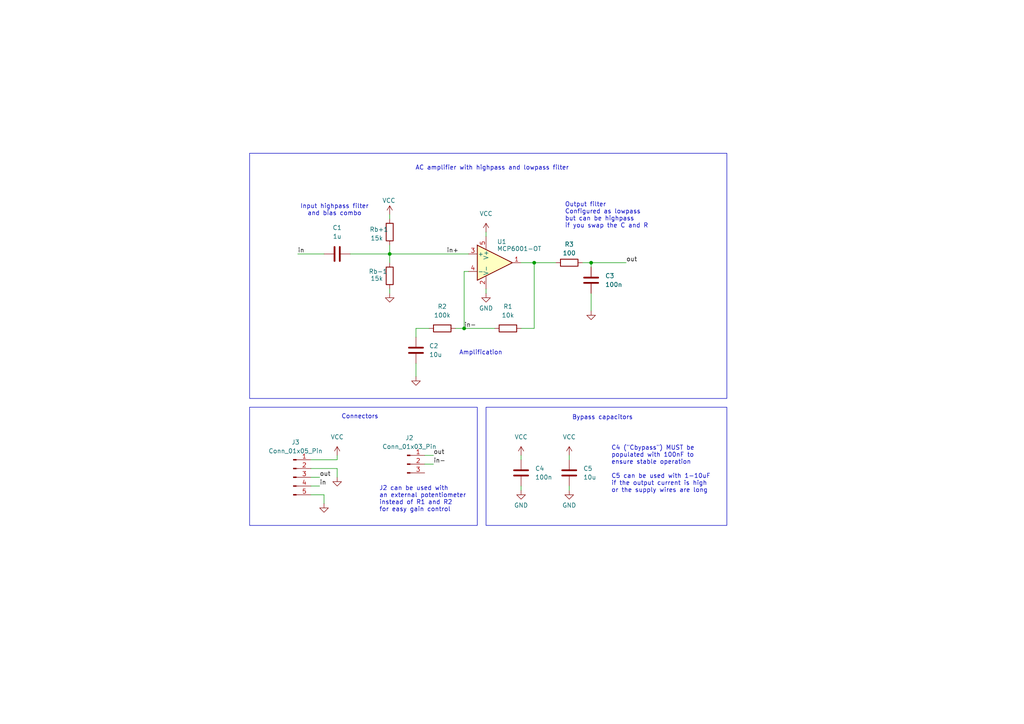
<source format=kicad_sch>
(kicad_sch (version 20250114) (generator "eeschema") (generator_version "9.0")
  (paper "A4")
  (title_block (title "AC amplifier with lowpass and highpass filter") (date "2026-02-05") (rev "1.1") (company "For ELAB by Marek Baczynski"))
  (lib_symbols
    (symbol "Amplifier_Operational:MCP6001-OT" (pin_names (offset 0.127))
      (property "Reference" "U" (at -1.27 6.35 0))
      (property "Value" "MCP6001-OT" (at -1.27 3.81 0))
      (symbol "MCP6001-OT_0_1"
        (polyline (pts (xy -5.08 5.08) (xy 5.08 0) (xy -5.08 -5.08) (xy -5.08 5.08)) (stroke (width 0.254)) (fill (type background)))
        (pin power_in line (at -2.54 7.62 270) (length 3.81) (name "V+") (number "5"))
        (pin power_in line (at -2.54 -7.62 90) (length 3.81) (name "V-") (number "2"))
      )
      (symbol "MCP6001-OT_1_1"
        (pin input line (at -7.62 2.54 0) (length 2.54) (name "+") (number "3"))
        (pin input line (at -7.62 -2.54 0) (length 2.54) (name "-") (number "4"))
        (pin output line (at 7.62 0 180) (length 2.54) (name "~") (number "1"))
      )
    )
    (symbol "Connector:Conn_01x03_Pin" (pin_names (offset 1.016) (hide yes))
      (property "Reference" "J" (at 0 5.08 0))
      (property "Value" "Conn_01x03_Pin" (at 0 -5.08 0))
      (symbol "Conn_01x03_Pin_1_1"
        (rectangle (start 0.8636 2.667) (end 0 2.413) (stroke (width 0.1524)) (fill (type outline)))
        (rectangle (start 0.8636 0.127) (end 0 -0.127) (stroke (width 0.1524)) (fill (type outline)))
        (rectangle (start 0.8636 -2.413) (end 0 -2.667) (stroke (width 0.1524)) (fill (type outline)))
        (polyline (pts (xy 1.27 2.54) (xy 0.8636 2.54)) (stroke (width 0.1524)))
        (polyline (pts (xy 1.27 0) (xy 0.8636 0)) (stroke (width 0.1524)))
        (polyline (pts (xy 1.27 -2.54) (xy 0.8636 -2.54)) (stroke (width 0.1524)))
        (pin passive line (at 5.08 2.54 180) (length 3.81) (name "Pin_1") (number "1"))
        (pin passive line (at 5.08 0 180) (length 3.81) (name "Pin_2") (number "2"))
        (pin passive line (at 5.08 -2.54 180) (length 3.81) (name "Pin_3") (number "3"))
      )
    )
    (symbol "Connector:Conn_01x05_Pin" (pin_names (offset 1.016) (hide yes))
      (property "Reference" "J" (at 0 7.62 0))
      (property "Value" "Conn_01x05_Pin" (at 0 -7.62 0))
      (symbol "Conn_01x05_Pin_1_1"
        (rectangle (start 0.8636 5.207) (end 0 4.953) (stroke (width 0.1524)) (fill (type outline)))
        (rectangle (start 0.8636 2.667) (end 0 2.413) (stroke (width 0.1524)) (fill (type outline)))
        (rectangle (start 0.8636 0.127) (end 0 -0.127) (stroke (width 0.1524)) (fill (type outline)))
        (rectangle (start 0.8636 -2.413) (end 0 -2.667) (stroke (width 0.1524)) (fill (type outline)))
        (rectangle (start 0.8636 -4.953) (end 0 -5.207) (stroke (width 0.1524)) (fill (type outline)))
        (polyline (pts (xy 1.27 5.08) (xy 0.8636 5.08)) (stroke (width 0.1524)))
        (polyline (pts (xy 1.27 2.54) (xy 0.8636 2.54)) (stroke (width 0.1524)))
        (polyline (pts (xy 1.27 0) (xy 0.8636 0)) (stroke (width 0.1524)))
        (polyline (pts (xy 1.27 -2.54) (xy 0.8636 -2.54)) (stroke (width 0.1524)))
        (polyline (pts (xy 1.27 -5.08) (xy 0.8636 -5.08)) (stroke (width 0.1524)))
        (pin passive line (at 5.08 5.08 180) (length 3.81) (name "Pin_1") (number "1"))
        (pin passive line (at 5.08 2.54 180) (length 3.81) (name "Pin_2") (number "2"))
        (pin passive line (at 5.08 0 180) (length 3.81) (name "Pin_3") (number "3"))
        (pin passive line (at 5.08 -2.54 180) (length 3.81) (name "Pin_4") (number "4"))
        (pin passive line (at 5.08 -5.08 180) (length 3.81) (name "Pin_5") (number "5"))
      )
    )
    (symbol "Device:C" (pin_numbers (hide yes)) (pin_names (offset 0.254))
      (property "Reference" "C" (at 0.635 2.54 0))
      (property "Value" "C" (at 0.635 -2.54 0))
      (symbol "C_0_1"
        (polyline (pts (xy -2.032 0.762) (xy 2.032 0.762)) (stroke (width 0.508)))
        (polyline (pts (xy -2.032 -0.762) (xy 2.032 -0.762)) (stroke (width 0.508)))
      )
      (symbol "C_1_1"
        (pin passive line (at 0 3.81 270) (length 2.794) (name "~") (number "1"))
        (pin passive line (at 0 -3.81 90) (length 2.794) (name "~") (number "2"))
      )
    )
    (symbol "Device:R" (pin_numbers (hide yes)) (pin_names (offset 0))
      (property "Reference" "R" (at 2.032 0 90))
      (property "Value" "R" (at 0 0 90))
      (symbol "R_0_1"
        (rectangle (start -1.016 -2.54) (end 1.016 2.54) (stroke (width 0.254)))
      )
      (symbol "R_1_1"
        (pin passive line (at 0 3.81 270) (length 1.27) (name "~") (number "1"))
        (pin passive line (at 0 -3.81 90) (length 1.27) (name "~") (number "2"))
      )
    )
    (symbol "power:GND" (power) (pin_names (offset 0))
      (property "Value" "GND" (at 0 -3.81 0))
      (symbol "GND_0_1"
        (polyline (pts (xy 0 0) (xy 0 -1.27) (xy 1.27 -1.27) (xy 0 -2.54) (xy -1.27 -1.27) (xy 0 -1.27)))
      )
      (symbol "GND_1_1"
        (pin power_in line (at 0 0 270) (length 0) (hide yes) (name "GND") (number "1"))
      )
    )
    (symbol "power:VCC" (power) (pin_names (offset 0))
      (property "Value" "VCC" (at 0 3.81 0))
      (symbol "VCC_0_1"
        (polyline (pts (xy -0.762 1.27) (xy 0 2.54)))
        (polyline (pts (xy 0 2.54) (xy 0.762 1.27)))
        (polyline (pts (xy 0 0) (xy 0 2.54)))
      )
      (symbol "VCC_1_1"
        (pin power_in line (at 0 0 90) (length 0) (hide yes) (name "VCC") (number "1"))
      )
    )
  )
  (rectangle (start 140.97 118.11) (end 210.82 152.4))
  (rectangle (start 72.39 118.11) (end 138.43 152.4))
  (rectangle (start 72.39 44.45) (end 210.82 115.57))
  (text "J2 can be used with\nan external potentiometer\ninstead of R1 and R2\nfor easy gain control" (at 109.982 144.78 0) (effects (font (size 1.27 1.27)) (justify left)))
  (text "Bypass capacitors" (at 174.752 121.158 0) (effects (font (size 1.27 1.27))))
  (text "AC amplifier with highpass and lowpass filter" (at 142.748 48.768 0) (effects (font (size 1.27 1.27))))
  (text "Amplification" (at 139.446 102.362 0) (effects (font (size 1.27 1.27))))
  (text "Input highpass filter\nand bias combo" (at 97.028 60.96 0) (effects (font (size 1.27 1.27))))
  (text "Output filter\nConfigured as lowpass\nbut can be highpass\nif you swap the C and R" (at 163.83 62.484 0) (effects (font (size 1.27 1.27)) (justify left)))
  (text "Connectors" (at 104.394 120.904 0) (effects (font (size 1.27 1.27))))
  (text "C4 (\"Cbypass\") MUST be \npopulated with 100nF to\nensure stable operation\n\nC5 can be used with 1-10uF\nif the output current is high\nor the supply wires are long" (at 177.292 136.144 0) (effects (font (size 1.27 1.27)) (justify left)))
  (junction (at 154.94 76.2))
  (junction (at 134.62 95.25))
  (junction (at 171.45 76.2))
  (junction (at 113.03 73.66))
  (wire (pts (xy 123.19 132.08) (xy 125.73 132.08)))
  (wire (pts (xy 154.94 76.2) (xy 161.29 76.2)))
  (wire (pts (xy 134.62 78.74) (xy 135.89 78.74)))
  (wire (pts (xy 171.45 76.2) (xy 171.45 77.47)))
  (wire (pts (xy 151.13 95.25) (xy 154.94 95.25)))
  (wire (pts (xy 113.03 62.23) (xy 113.03 63.5)))
  (wire (pts (xy 165.1 140.97) (xy 165.1 142.24)))
  (wire (pts (xy 168.91 76.2) (xy 171.45 76.2)))
  (wire (pts (xy 171.45 76.2) (xy 181.61 76.2)))
  (wire (pts (xy 151.13 140.97) (xy 151.13 142.24)))
  (wire (pts (xy 113.03 73.66) (xy 113.03 76.2)))
  (wire (pts (xy 123.19 134.62) (xy 125.73 134.62)))
  (wire (pts (xy 97.79 135.89) (xy 97.79 138.43)))
  (wire (pts (xy 90.17 138.43) (xy 92.71 138.43)))
  (wire (pts (xy 165.1 132.08) (xy 165.1 133.35)))
  (wire (pts (xy 90.17 143.51) (xy 93.98 143.51)))
  (wire (pts (xy 154.94 76.2) (xy 151.13 76.2)))
  (wire (pts (xy 113.03 83.82) (xy 113.03 85.09)))
  (wire (pts (xy 140.97 67.31) (xy 140.97 68.58)))
  (wire (pts (xy 134.62 78.74) (xy 134.62 95.25)))
  (wire (pts (xy 90.17 135.89) (xy 97.79 135.89)))
  (wire (pts (xy 113.03 71.12) (xy 113.03 73.66)))
  (wire (pts (xy 101.6 73.66) (xy 113.03 73.66)))
  (wire (pts (xy 93.98 143.51) (xy 93.98 146.05)))
  (wire (pts (xy 140.97 83.82) (xy 140.97 85.09)))
  (wire (pts (xy 86.36 73.66) (xy 93.98 73.66)))
  (wire (pts (xy 90.17 140.97) (xy 92.71 140.97)))
  (wire (pts (xy 151.13 132.08) (xy 151.13 133.35)))
  (wire (pts (xy 120.65 95.25) (xy 120.65 97.79)))
  (wire (pts (xy 113.03 73.66) (xy 135.89 73.66)))
  (wire (pts (xy 134.62 95.25) (xy 143.51 95.25)))
  (wire (pts (xy 132.08 95.25) (xy 134.62 95.25)))
  (wire (pts (xy 120.65 105.41) (xy 120.65 109.22)))
  (wire (pts (xy 171.45 85.09) (xy 171.45 90.17)))
  (wire (pts (xy 90.17 133.35) (xy 97.79 133.35)))
  (wire (pts (xy 154.94 95.25) (xy 154.94 76.2)))
  (wire (pts (xy 97.79 133.35) (xy 97.79 132.08)))
  (wire (pts (xy 124.46 95.25) (xy 120.65 95.25)))
  (label "in-" (at 125.73 134.62 0))
  (label "in-" (at 134.62 95.25 0))
  (label "in+" (at 129.54 73.66 0))
  (label "in" (at 92.71 140.97 0))
  (label "out" (at 181.61 76.2 0))
  (label "in" (at 86.36 73.66 0))
  (label "out" (at 125.73 132.08 0))
  (label "out" (at 92.71 138.43 0))
  (symbol (lib_id "Device:R") (at 113.03 67.31 0) (unit 1)
    (property "Reference" "Rb+1" (at 107.188 66.548 0) (effects (justify left)))
    (property "Value" "15k" (at 107.442 69.088 0) (effects (justify left)))
    (property "Footprint" "Resistor_SMD:R_0805_2012Metric_Pad1.20x1.40mm_HandSolder" (effects (hide yes)))
  )
  (symbol (lib_id "Device:R") (at 147.32 95.25 270) (unit 1)
    (property "Reference" "R1" (at 147.32 88.9 90))
    (property "Value" "10k" (at 147.32 91.44 90))
    (property "Footprint" "Resistor_SMD:R_0805_2012Metric_Pad1.20x1.40mm_HandSolder" (effects (hide yes)))
  )
  (symbol (lib_id "Device:C") (at 151.13 137.16 0) (unit 1)
    (property "Reference" "C4" (at 155.194 135.89 0) (effects (justify left)))
    (property "Value" "100n" (at 155.194 138.43 0) (effects (justify left)))
    (property "Footprint" "Capacitor_SMD:C_0805_2012Metric_Pad1.18x1.45mm_HandSolder" (effects (hide yes)))
  )
  (symbol (lib_id "power:GND") (at 165.1 142.24 0) (unit 1)
    (property "Reference" "#PWR010" (effects (hide yes)))
    (property "Value" "GND" (at 165.1 146.558 0))
  )
  (symbol (lib_id "Amplifier_Operational:MCP6001-OT") (at 143.51 76.2 0) (unit 1)
    (property "Reference" "U1" (at 145.542 70.104 0))
    (property "Value" "MCP6001-OT" (at 150.622 72.136 0))
    (property "Footprint" "Package_TO_SOT_SMD:SOT-23-5_HandSoldering" (effects (hide yes)))
    (property "Datasheet" "http://ww1.microchip.com/downloads/en/DeviceDoc/21733j.pdf" (effects (hide yes)))
  )
  (symbol (lib_id "power:GND") (at 97.79 138.43 0) (unit 1)
    (property "Reference" "#PWR06" (effects (hide yes)))
    (property "Value" "GND" (effects (hide yes)))
  )
  (symbol (lib_id "power:VCC") (at 151.13 132.08 0) (unit 1)
    (property "Reference" "#PWR01" (effects (hide yes)))
    (property "Value" "VCC" (at 151.13 126.746 0))
  )
  (symbol (lib_id "power:VCC") (at 113.03 62.23 0) (unit 1)
    (property "Reference" "#PWR012" (effects (hide yes)))
    (property "Value" "VCC" (at 112.776 58.166 0))
  )
  (symbol (lib_id "Device:C") (at 97.79 73.66 90) (unit 1)
    (property "Reference" "C1" (at 97.79 66.04 90))
    (property "Value" "1u" (at 97.79 68.58 90))
    (property "Footprint" "Capacitor_SMD:C_0805_2012Metric_Pad1.18x1.45mm_HandSolder" (effects (hide yes)))
  )
  (symbol (lib_id "Device:R") (at 128.27 95.25 90) (unit 1)
    (property "Reference" "R2" (at 128.27 88.9 90))
    (property "Value" "100k" (at 128.27 91.44 90))
    (property "Footprint" "Resistor_SMD:R_0805_2012Metric_Pad1.20x1.40mm_HandSolder" (effects (hide yes)))
  )
  (symbol (lib_id "Connector:Conn_01x03_Pin") (at 118.11 134.62 0) (unit 1)
    (property "Reference" "J2" (at 118.745 127 0))
    (property "Value" "Conn_01x03_Pin" (at 118.745 129.54 0))
    (property "Footprint" "Connector_PinHeader_2.54mm:PinHeader_1x03_P2.54mm_Vertical" (effects (hide yes)))
  )
  (symbol (lib_id "Device:C") (at 120.65 101.6 0) (unit 1)
    (property "Reference" "C2" (at 124.46 100.3299 0) (effects (justify left)))
    (property "Value" "10u" (at 124.46 102.8699 0) (effects (justify left)))
    (property "Footprint" "Capacitor_SMD:C_0805_2012Metric_Pad1.18x1.45mm_HandSolder" (effects (hide yes)))
  )
  (symbol (lib_id "Device:C") (at 171.45 81.28 0) (unit 1)
    (property "Reference" "C3" (at 175.514 80.01 0) (effects (justify left)))
    (property "Value" "100n" (at 175.514 82.55 0) (effects (justify left)))
    (property "Footprint" "Capacitor_SMD:C_0805_2012Metric_Pad1.18x1.45mm_HandSolder" (effects (hide yes)))
  )
  (symbol (lib_id "power:VCC") (at 97.79 132.08 0) (unit 1)
    (property "Reference" "#PWR08" (effects (hide yes)))
    (property "Value" "VCC" (at 97.79 126.746 0))
  )
  (symbol (lib_id "power:VCC") (at 140.97 67.31 0) (unit 1)
    (property "Reference" "#PWR03" (effects (hide yes)))
    (property "Value" "VCC" (at 140.97 61.976 0))
  )
  (symbol (lib_id "power:GND") (at 93.98 146.05 0) (unit 1)
    (property "Reference" "#PWR07" (effects (hide yes)))
    (property "Value" "GND" (effects (hide yes)))
  )
  (symbol (lib_id "Device:R") (at 113.03 80.01 180) (unit 1)
    (property "Reference" "Rb-1" (at 106.934 78.74 0) (effects (justify right)))
    (property "Value" "15k" (at 107.442 80.772 0) (effects (justify right)))
    (property "Footprint" "Resistor_SMD:R_0805_2012Metric_Pad1.20x1.40mm_HandSolder" (effects (hide yes)))
  )
  (symbol (lib_id "Connector:Conn_01x05_Pin") (at 85.09 138.43 0) (unit 1)
    (property "Reference" "J3" (at 85.725 128.27 0))
    (property "Value" "Conn_01x05_Pin" (at 85.725 130.81 0))
    (property "Footprint" "Connector_PinHeader_2.54mm:PinHeader_1x05_P2.54mm_Vertical" (effects (hide yes)))
    (property "Description" "Generic connector, single row, 01x05, script generated" (effects (hide yes)))
  )
  (symbol (lib_id "Device:C") (at 165.1 137.16 0) (unit 1)
    (property "Reference" "C5" (at 169.164 135.89 0) (effects (justify left)))
    (property "Value" "10u" (at 169.164 138.43 0) (effects (justify left)))
    (property "Footprint" "Capacitor_SMD:C_0805_2012Metric_Pad1.18x1.45mm_HandSolder" (effects (hide yes)))
  )
  (symbol (lib_id "power:GND") (at 120.65 109.22 0) (unit 1)
    (property "Reference" "#PWR05" (effects (hide yes)))
    (property "Value" "GND" (effects (hide yes)))
  )
  (symbol (lib_id "power:GND") (at 113.03 85.09 0) (unit 1)
    (property "Reference" "#PWR013" (effects (hide yes)))
    (property "Value" "GND" (effects (hide yes)))
  )
  (symbol (lib_id "Device:R") (at 165.1 76.2 270) (unit 1)
    (property "Reference" "R3" (at 165.1 70.866 90))
    (property "Value" "100" (at 165.1 73.406 90))
    (property "Footprint" "Resistor_SMD:R_0805_2012Metric_Pad1.20x1.40mm_HandSolder" (effects (hide yes)))
  )
  (symbol (lib_id "power:GND") (at 171.45 90.17 0) (unit 1)
    (property "Reference" "#PWR011" (effects (hide yes)))
    (property "Value" "GND" (effects (hide yes)))
  )
  (symbol (lib_id "power:GND") (at 151.13 142.24 0) (unit 1)
    (property "Reference" "#PWR02" (effects (hide yes)))
    (property "Value" "GND" (at 151.13 146.558 0))
  )
  (symbol (lib_id "power:GND") (at 140.97 85.09 0) (unit 1)
    (property "Reference" "#PWR04" (effects (hide yes)))
    (property "Value" "GND" (at 140.97 89.408 0))
  )
  (symbol (lib_id "power:VCC") (at 165.1 132.08 0) (unit 1)
    (property "Reference" "#PWR09" (effects (hide yes)))
    (property "Value" "VCC" (at 165.1 126.746 0))
  )
)
</source>
